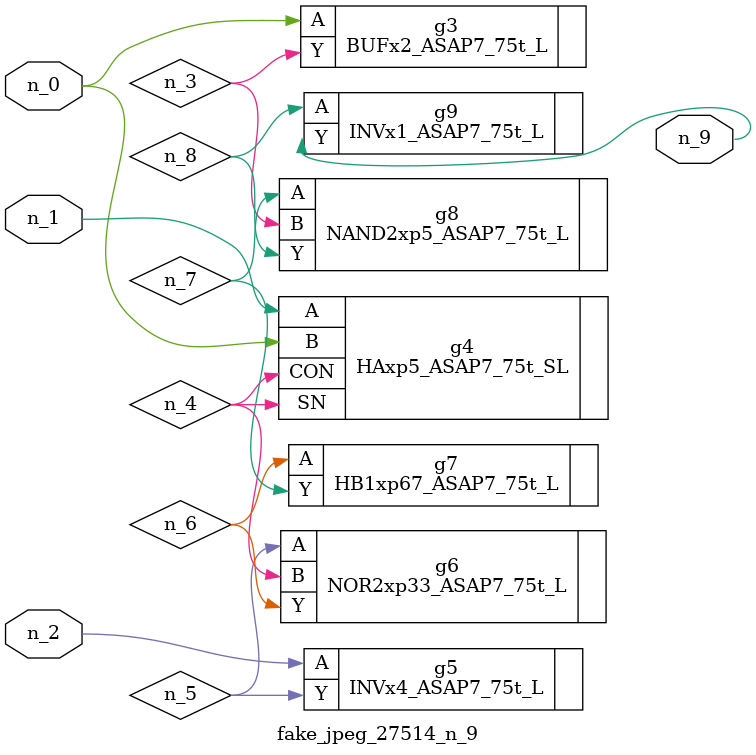
<source format=v>
module fake_jpeg_27514_n_9 (n_0, n_2, n_1, n_9);

input n_0;
input n_2;
input n_1;

output n_9;

wire n_3;
wire n_4;
wire n_8;
wire n_6;
wire n_5;
wire n_7;

BUFx2_ASAP7_75t_L g3 ( 
.A(n_0),
.Y(n_3)
);

HAxp5_ASAP7_75t_SL g4 ( 
.A(n_1),
.B(n_0),
.CON(n_4),
.SN(n_4)
);

INVx4_ASAP7_75t_L g5 ( 
.A(n_2),
.Y(n_5)
);

NOR2xp33_ASAP7_75t_L g6 ( 
.A(n_5),
.B(n_4),
.Y(n_6)
);

HB1xp67_ASAP7_75t_L g7 ( 
.A(n_6),
.Y(n_7)
);

NAND2xp5_ASAP7_75t_L g8 ( 
.A(n_7),
.B(n_3),
.Y(n_8)
);

INVx1_ASAP7_75t_L g9 ( 
.A(n_8),
.Y(n_9)
);


endmodule
</source>
